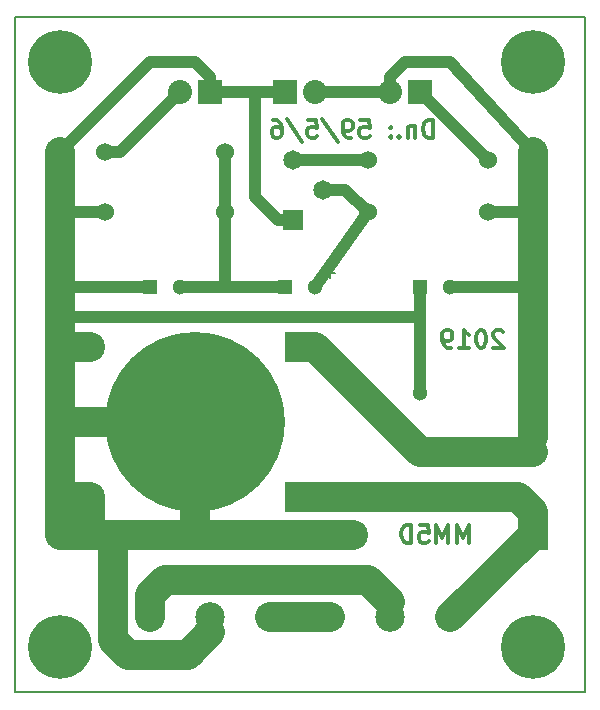
<source format=gbr>
G04 #@! TF.FileFunction,Copper,L2,Bot*
%FSLAX46Y46*%
G04 Gerber Fmt 4.6, Leading zero omitted, Abs format (unit mm)*
G04 Created by KiCad (PCBNEW 4.0.5+dfsg1-4) date Sat Feb 15 19:25:56 2020*
%MOMM*%
%LPD*%
G01*
G04 APERTURE LIST*
%ADD10C,0.150000*%
%ADD11C,0.300000*%
%ADD12C,2.499360*%
%ADD13R,2.032000X2.032000*%
%ADD14O,2.032000X2.032000*%
%ADD15C,5.400000*%
%ADD16C,1.524000*%
%ADD17R,1.300000X1.300000*%
%ADD18C,1.300000*%
%ADD19C,1.651000*%
%ADD20R,1.651000X1.651000*%
%ADD21C,2.540000*%
%ADD22R,2.540000X2.540000*%
%ADD23C,15.240000*%
%ADD24C,2.500000*%
%ADD25C,1.000000*%
G04 APERTURE END LIST*
D10*
D11*
X156491428Y-113073571D02*
X156491428Y-111573571D01*
X155991428Y-112645000D01*
X155491428Y-111573571D01*
X155491428Y-113073571D01*
X154777142Y-113073571D02*
X154777142Y-111573571D01*
X154277142Y-112645000D01*
X153777142Y-111573571D01*
X153777142Y-113073571D01*
X152348570Y-111573571D02*
X153062856Y-111573571D01*
X153134285Y-112287857D01*
X153062856Y-112216429D01*
X152919999Y-112145000D01*
X152562856Y-112145000D01*
X152419999Y-112216429D01*
X152348570Y-112287857D01*
X152277142Y-112430714D01*
X152277142Y-112787857D01*
X152348570Y-112930714D01*
X152419999Y-113002143D01*
X152562856Y-113073571D01*
X152919999Y-113073571D01*
X153062856Y-113002143D01*
X153134285Y-112930714D01*
X151634285Y-113073571D02*
X151634285Y-111573571D01*
X151277142Y-111573571D01*
X151062857Y-111645000D01*
X150919999Y-111787857D01*
X150848571Y-111930714D01*
X150777142Y-112216429D01*
X150777142Y-112430714D01*
X150848571Y-112716429D01*
X150919999Y-112859286D01*
X151062857Y-113002143D01*
X151277142Y-113073571D01*
X151634285Y-113073571D01*
X153470714Y-78783571D02*
X153470714Y-77283571D01*
X153113571Y-77283571D01*
X152899286Y-77355000D01*
X152756428Y-77497857D01*
X152685000Y-77640714D01*
X152613571Y-77926429D01*
X152613571Y-78140714D01*
X152685000Y-78426429D01*
X152756428Y-78569286D01*
X152899286Y-78712143D01*
X153113571Y-78783571D01*
X153470714Y-78783571D01*
X151970714Y-77783571D02*
X151970714Y-78783571D01*
X151970714Y-77926429D02*
X151899286Y-77855000D01*
X151756428Y-77783571D01*
X151542143Y-77783571D01*
X151399286Y-77855000D01*
X151327857Y-77997857D01*
X151327857Y-78783571D01*
X150613571Y-78640714D02*
X150542143Y-78712143D01*
X150613571Y-78783571D01*
X150685000Y-78712143D01*
X150613571Y-78640714D01*
X150613571Y-78783571D01*
X149899285Y-78640714D02*
X149827857Y-78712143D01*
X149899285Y-78783571D01*
X149970714Y-78712143D01*
X149899285Y-78640714D01*
X149899285Y-78783571D01*
X149899285Y-77855000D02*
X149827857Y-77926429D01*
X149899285Y-77997857D01*
X149970714Y-77926429D01*
X149899285Y-77855000D01*
X149899285Y-77997857D01*
X147327856Y-77283571D02*
X148042142Y-77283571D01*
X148113571Y-77997857D01*
X148042142Y-77926429D01*
X147899285Y-77855000D01*
X147542142Y-77855000D01*
X147399285Y-77926429D01*
X147327856Y-77997857D01*
X147256428Y-78140714D01*
X147256428Y-78497857D01*
X147327856Y-78640714D01*
X147399285Y-78712143D01*
X147542142Y-78783571D01*
X147899285Y-78783571D01*
X148042142Y-78712143D01*
X148113571Y-78640714D01*
X146542143Y-78783571D02*
X146256428Y-78783571D01*
X146113571Y-78712143D01*
X146042143Y-78640714D01*
X145899285Y-78426429D01*
X145827857Y-78140714D01*
X145827857Y-77569286D01*
X145899285Y-77426429D01*
X145970714Y-77355000D01*
X146113571Y-77283571D01*
X146399285Y-77283571D01*
X146542143Y-77355000D01*
X146613571Y-77426429D01*
X146685000Y-77569286D01*
X146685000Y-77926429D01*
X146613571Y-78069286D01*
X146542143Y-78140714D01*
X146399285Y-78212143D01*
X146113571Y-78212143D01*
X145970714Y-78140714D01*
X145899285Y-78069286D01*
X145827857Y-77926429D01*
X144113572Y-77212143D02*
X145399286Y-79140714D01*
X142899285Y-77283571D02*
X143613571Y-77283571D01*
X143685000Y-77997857D01*
X143613571Y-77926429D01*
X143470714Y-77855000D01*
X143113571Y-77855000D01*
X142970714Y-77926429D01*
X142899285Y-77997857D01*
X142827857Y-78140714D01*
X142827857Y-78497857D01*
X142899285Y-78640714D01*
X142970714Y-78712143D01*
X143113571Y-78783571D01*
X143470714Y-78783571D01*
X143613571Y-78712143D01*
X143685000Y-78640714D01*
X141113572Y-77212143D02*
X142399286Y-79140714D01*
X139970714Y-77283571D02*
X140256428Y-77283571D01*
X140399285Y-77355000D01*
X140470714Y-77426429D01*
X140613571Y-77640714D01*
X140685000Y-77926429D01*
X140685000Y-78497857D01*
X140613571Y-78640714D01*
X140542143Y-78712143D01*
X140399285Y-78783571D01*
X140113571Y-78783571D01*
X139970714Y-78712143D01*
X139899285Y-78640714D01*
X139827857Y-78497857D01*
X139827857Y-78140714D01*
X139899285Y-77997857D01*
X139970714Y-77926429D01*
X140113571Y-77855000D01*
X140399285Y-77855000D01*
X140542143Y-77926429D01*
X140613571Y-77997857D01*
X140685000Y-78140714D01*
X159416428Y-95206429D02*
X159344999Y-95135000D01*
X159202142Y-95063571D01*
X158844999Y-95063571D01*
X158702142Y-95135000D01*
X158630713Y-95206429D01*
X158559285Y-95349286D01*
X158559285Y-95492143D01*
X158630713Y-95706429D01*
X159487856Y-96563571D01*
X158559285Y-96563571D01*
X157630714Y-95063571D02*
X157487857Y-95063571D01*
X157345000Y-95135000D01*
X157273571Y-95206429D01*
X157202142Y-95349286D01*
X157130714Y-95635000D01*
X157130714Y-95992143D01*
X157202142Y-96277857D01*
X157273571Y-96420714D01*
X157345000Y-96492143D01*
X157487857Y-96563571D01*
X157630714Y-96563571D01*
X157773571Y-96492143D01*
X157845000Y-96420714D01*
X157916428Y-96277857D01*
X157987857Y-95992143D01*
X157987857Y-95635000D01*
X157916428Y-95349286D01*
X157845000Y-95206429D01*
X157773571Y-95135000D01*
X157630714Y-95063571D01*
X155702143Y-96563571D02*
X156559286Y-96563571D01*
X156130714Y-96563571D02*
X156130714Y-95063571D01*
X156273571Y-95277857D01*
X156416429Y-95420714D01*
X156559286Y-95492143D01*
X154987858Y-96563571D02*
X154702143Y-96563571D01*
X154559286Y-96492143D01*
X154487858Y-96420714D01*
X154345000Y-96206429D01*
X154273572Y-95920714D01*
X154273572Y-95349286D01*
X154345000Y-95206429D01*
X154416429Y-95135000D01*
X154559286Y-95063571D01*
X154845000Y-95063571D01*
X154987858Y-95135000D01*
X155059286Y-95206429D01*
X155130715Y-95349286D01*
X155130715Y-95706429D01*
X155059286Y-95849286D01*
X154987858Y-95920714D01*
X154845000Y-95992143D01*
X154559286Y-95992143D01*
X154416429Y-95920714D01*
X154345000Y-95849286D01*
X154273572Y-95706429D01*
D10*
X145160952Y-90241429D02*
X144399047Y-90241429D01*
X144779999Y-90622381D02*
X144779999Y-89860476D01*
X118110000Y-68580000D02*
X160020000Y-68580000D01*
X118110000Y-125730000D02*
X118110000Y-68580000D01*
X158115000Y-125730000D02*
X118110000Y-125730000D01*
X166370000Y-125730000D02*
X158115000Y-125730000D01*
X166370000Y-68580000D02*
X166370000Y-125730000D01*
X160020000Y-68580000D02*
X166370000Y-68580000D01*
X165100000Y-125730000D02*
X166370000Y-125730000D01*
X158115000Y-125730000D02*
X165100000Y-125730000D01*
D12*
X149860000Y-119380000D03*
X144780000Y-119380000D03*
X154940000Y-119380000D03*
X139700000Y-119380000D03*
X134620000Y-119380000D03*
D13*
X152400000Y-74930000D03*
D14*
X149860000Y-74930000D03*
D13*
X140970000Y-74930000D03*
D14*
X143510000Y-74930000D03*
D15*
X121920000Y-121920000D03*
X161925000Y-121920000D03*
X161925000Y-72390000D03*
X121920000Y-72390000D03*
D13*
X134620000Y-74930000D03*
D14*
X132080000Y-74930000D03*
D16*
X147955000Y-80645000D03*
X158115000Y-80645000D03*
X125730000Y-80010000D03*
X135890000Y-80010000D03*
X125730000Y-85090000D03*
X135890000Y-85090000D03*
X147955000Y-85090000D03*
X158115000Y-85090000D03*
D17*
X129540000Y-91440000D03*
D18*
X132040000Y-91440000D03*
D17*
X152400000Y-91440000D03*
D18*
X154900000Y-91440000D03*
D19*
X141605000Y-80645000D03*
X144145000Y-83185000D03*
D20*
X141605000Y-85725000D03*
D17*
X152400000Y-105410000D03*
D18*
X152400000Y-100410000D03*
D21*
X146685000Y-112395000D03*
D22*
X161925000Y-112395000D03*
D17*
X140970000Y-91440000D03*
D18*
X143470000Y-91440000D03*
D23*
X133350000Y-102870000D03*
D21*
X124460000Y-96520000D03*
X124460000Y-109220000D03*
D22*
X142240000Y-96520000D03*
X142240000Y-109220000D03*
D12*
X129540000Y-119380000D03*
D24*
X133350000Y-102870000D02*
X133350000Y-112395000D01*
X133350000Y-102870000D02*
X121920000Y-102870000D01*
X124460000Y-109220000D02*
X124460000Y-112395000D01*
X124460000Y-109220000D02*
X121920000Y-109220000D01*
X124460000Y-96520000D02*
X121920000Y-96520000D01*
D25*
X134620000Y-119380000D02*
X134620000Y-120650000D01*
D24*
X126365000Y-121285000D02*
X126365000Y-113030000D01*
X127635000Y-122555000D02*
X126365000Y-121285000D01*
X132715000Y-122555000D02*
X127635000Y-122555000D01*
X134620000Y-120650000D02*
X132715000Y-122555000D01*
D25*
X149860000Y-119380000D02*
X149860000Y-118110000D01*
D24*
X129540000Y-117475000D02*
X129540000Y-119380000D01*
X130810000Y-116205000D02*
X129540000Y-117475000D01*
X147955000Y-116205000D02*
X130810000Y-116205000D01*
X149860000Y-118110000D02*
X147955000Y-116205000D01*
X154940000Y-119380000D02*
X161925000Y-112395000D01*
X142240000Y-109220000D02*
X160655000Y-109220000D01*
X161925000Y-110490000D02*
X161925000Y-112395000D01*
X160655000Y-109220000D02*
X161925000Y-110490000D01*
X139700000Y-119380000D02*
X144780000Y-119380000D01*
D25*
X142240000Y-96520000D02*
X143510000Y-96520000D01*
D24*
X143510000Y-96520000D02*
X152400000Y-105410000D01*
D25*
X152400000Y-93980000D02*
X152400000Y-100410000D01*
D24*
X152400000Y-105410000D02*
X161925000Y-105410000D01*
X146685000Y-112395000D02*
X133350000Y-112395000D01*
X133350000Y-112395000D02*
X129540000Y-112395000D01*
X129540000Y-112395000D02*
X124460000Y-112395000D01*
X124460000Y-112395000D02*
X121920000Y-112395000D01*
X121920000Y-112395000D02*
X121920000Y-109220000D01*
X121920000Y-107950000D02*
X121920000Y-102870000D01*
X121920000Y-102870000D02*
X121920000Y-96520000D01*
X121920000Y-96520000D02*
X121920000Y-93980000D01*
X121920000Y-109220000D02*
X121920000Y-107950000D01*
X161925000Y-86360000D02*
X161925000Y-104140000D01*
X161925000Y-86360000D02*
X161925000Y-85090000D01*
D25*
X161925000Y-105410000D02*
X161925000Y-104140000D01*
X154900000Y-91440000D02*
X161290000Y-91440000D01*
X121920000Y-93980000D02*
X152400000Y-93980000D01*
X152400000Y-93980000D02*
X152400000Y-91440000D01*
X129540000Y-91440000D02*
X121920000Y-91440000D01*
X135890000Y-91440000D02*
X140970000Y-91440000D01*
X143470000Y-91440000D02*
X143510000Y-91440000D01*
X143510000Y-91440000D02*
X147955000Y-85090000D01*
X135890000Y-85090000D02*
X135890000Y-91440000D01*
X132040000Y-91440000D02*
X135890000Y-91440000D01*
X141605000Y-85725000D02*
X140335000Y-85725000D01*
X138430000Y-83820000D02*
X138430000Y-74930000D01*
X140335000Y-85725000D02*
X138430000Y-83820000D01*
X144145000Y-83185000D02*
X146050000Y-83185000D01*
X146050000Y-83185000D02*
X147955000Y-85090000D01*
X141605000Y-80645000D02*
X147955000Y-80645000D01*
X135890000Y-80010000D02*
X135890000Y-85090000D01*
X125730000Y-80010000D02*
X127000000Y-80010000D01*
X127000000Y-80010000D02*
X132080000Y-74930000D01*
X125730000Y-85090000D02*
X121920000Y-85090000D01*
X152400000Y-74930000D02*
X158115000Y-80645000D01*
X158115000Y-85090000D02*
X161925000Y-85090000D01*
X134620000Y-74930000D02*
X134620000Y-73660000D01*
D24*
X121920000Y-80010000D02*
X121920000Y-85090000D01*
X121920000Y-85090000D02*
X121920000Y-90170000D01*
X121920000Y-90170000D02*
X121920000Y-91440000D01*
X121920000Y-91440000D02*
X121920000Y-93980000D01*
D25*
X121920000Y-93980000D02*
X121920000Y-93980000D01*
X129540000Y-72390000D02*
X121920000Y-80010000D01*
X133350000Y-72390000D02*
X129540000Y-72390000D01*
X134620000Y-73660000D02*
X133350000Y-72390000D01*
X149860000Y-74930000D02*
X149860000Y-73660000D01*
D24*
X161925000Y-80010000D02*
X161925000Y-85090000D01*
D25*
X154940000Y-72390000D02*
X161925000Y-80010000D01*
X151130000Y-72390000D02*
X154940000Y-72390000D01*
X149860000Y-73660000D02*
X151130000Y-72390000D01*
X143510000Y-74930000D02*
X149860000Y-74930000D01*
X140970000Y-74930000D02*
X138430000Y-74930000D01*
X138430000Y-74930000D02*
X134620000Y-74930000D01*
M02*

</source>
